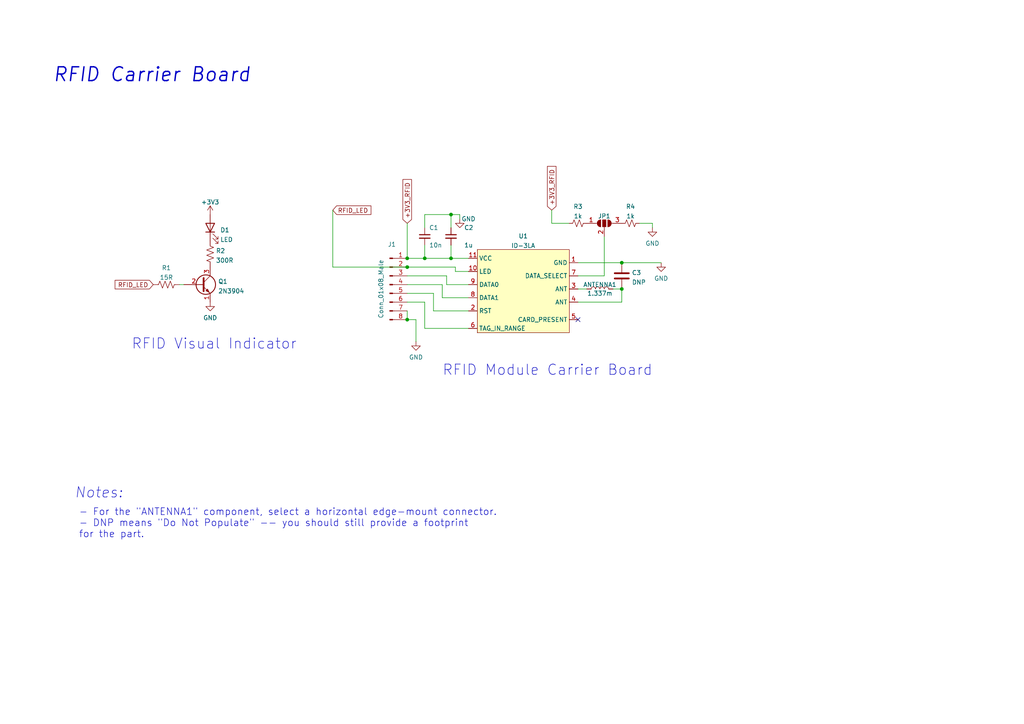
<source format=kicad_sch>
(kicad_sch (version 20211123) (generator eeschema)
  (paper "A4")
  (title_block (title "RFID Carrier board") (date "2022-03-03") (rev "0.0.1") (company "UIUC ECE Senior Design ") (comment 1 "Spring 2022"))
  (lib_symbols
    (symbol "Connector:Conn_01x08_Male" (pin_names (offset 1.016) hide)
      (property "Reference" "J" (at 0 10.16 0))
      (property "Value" "Conn_01x08_Male" (at 0 -12.7 0))
      (symbol "Conn_01x08_Male_1_1"
        (polyline (pts (xy 1.27 -10.16) (xy 0.8636 -10.16)) (stroke (width 0.1524)))
        (polyline (pts (xy 1.27 -7.62) (xy 0.8636 -7.62)) (stroke (width 0.1524)))
        (polyline (pts (xy 1.27 -5.08) (xy 0.8636 -5.08)) (stroke (width 0.1524)))
        (polyline (pts (xy 1.27 -2.54) (xy 0.8636 -2.54)) (stroke (width 0.1524)))
        (polyline (pts (xy 1.27 0) (xy 0.8636 0)) (stroke (width 0.1524)))
        (polyline (pts (xy 1.27 2.54) (xy 0.8636 2.54)) (stroke (width 0.1524)))
        (polyline (pts (xy 1.27 5.08) (xy 0.8636 5.08)) (stroke (width 0.1524)))
        (polyline (pts (xy 1.27 7.62) (xy 0.8636 7.62)) (stroke (width 0.1524)))
        (rectangle (start 0.8636 -10.033) (end 0 -10.287) (stroke (width 0.1524)) (fill (type outline)))
        (rectangle (start 0.8636 -7.493) (end 0 -7.747) (stroke (width 0.1524)) (fill (type outline)))
        (rectangle (start 0.8636 -4.953) (end 0 -5.207) (stroke (width 0.1524)) (fill (type outline)))
        (rectangle (start 0.8636 -2.413) (end 0 -2.667) (stroke (width 0.1524)) (fill (type outline)))
        (rectangle (start 0.8636 0.127) (end 0 -0.127) (stroke (width 0.1524)) (fill (type outline)))
        (rectangle (start 0.8636 2.667) (end 0 2.413) (stroke (width 0.1524)) (fill (type outline)))
        (rectangle (start 0.8636 5.207) (end 0 4.953) (stroke (width 0.1524)) (fill (type outline)))
        (rectangle (start 0.8636 7.747) (end 0 7.493) (stroke (width 0.1524)) (fill (type outline)))
        (pin passive line (at 5.08 7.62 180) (length 3.81) (name "Pin_1") (number "1"))
        (pin passive line (at 5.08 5.08 180) (length 3.81) (name "Pin_2") (number "2"))
        (pin passive line (at 5.08 2.54 180) (length 3.81) (name "Pin_3") (number "3"))
        (pin passive line (at 5.08 0 180) (length 3.81) (name "Pin_4") (number "4"))
        (pin passive line (at 5.08 -2.54 180) (length 3.81) (name "Pin_5") (number "5"))
        (pin passive line (at 5.08 -5.08 180) (length 3.81) (name "Pin_6") (number "6"))
        (pin passive line (at 5.08 -7.62 180) (length 3.81) (name "Pin_7") (number "7"))
        (pin passive line (at 5.08 -10.16 180) (length 3.81) (name "Pin_8") (number "8"))
      )
    )
    (symbol "Device:C" (pin_numbers hide) (pin_names (offset 0.254))
      (property "Reference" "C" (at 0.635 2.54 0))
      (property "Value" "C" (at 0.635 -2.54 0))
      (symbol "C_0_1"
        (polyline (pts (xy -2.032 -0.762) (xy 2.032 -0.762)) (stroke (width 0.508)))
        (polyline (pts (xy -2.032 0.762) (xy 2.032 0.762)) (stroke (width 0.508)))
      )
      (symbol "C_1_1"
        (pin passive line (at 0 3.81 270) (length 2.794) (name "~") (number "1"))
        (pin passive line (at 0 -3.81 90) (length 2.794) (name "~") (number "2"))
      )
    )
    (symbol "Device:C_Small" (pin_numbers hide) (pin_names (offset 0.254) hide)
      (property "Reference" "C" (at 0.254 1.778 0))
      (property "Value" "C_Small" (at 0.254 -2.032 0))
      (symbol "C_Small_0_1"
        (polyline (pts (xy -1.524 -0.508) (xy 1.524 -0.508)) (stroke (width 0.3302)))
        (polyline (pts (xy -1.524 0.508) (xy 1.524 0.508)) (stroke (width 0.3048)))
      )
      (symbol "C_Small_1_1"
        (pin passive line (at 0 2.54 270) (length 2.032) (name "~") (number "1"))
        (pin passive line (at 0 -2.54 90) (length 2.032) (name "~") (number "2"))
      )
    )
    (symbol "Device:L" (pin_numbers hide) (pin_names (offset 1.016) hide)
      (property "Reference" "L" (at -1.27 0 90))
      (property "Value" "L" (at 1.905 0 90))
      (symbol "L_0_1"
        (arc (start 0 -2.54) (mid 0.635 -1.905) (end 0 -1.27))
        (arc (start 0 -1.27) (mid 0.635 -0.635) (end 0 0))
        (arc (start 0 0) (mid 0.635 0.635) (end 0 1.27))
        (arc (start 0 1.27) (mid 0.635 1.905) (end 0 2.54))
      )
      (symbol "L_1_1"
        (pin passive line (at 0 3.81 270) (length 1.27) (name "1") (number "1"))
        (pin passive line (at 0 -3.81 90) (length 1.27) (name "2") (number "2"))
      )
    )
    (symbol "Device:LED" (pin_numbers hide) (pin_names (offset 1.016) hide)
      (property "Reference" "D" (at 0 2.54 0))
      (property "Value" "LED" (at 0 -2.54 0))
      (symbol "LED_0_1"
        (polyline (pts (xy -1.27 -1.27) (xy -1.27 1.27)) (stroke (width 0.254)))
        (polyline (pts (xy -1.27 0) (xy 1.27 0)))
        (polyline (pts (xy 1.27 -1.27) (xy 1.27 1.27) (xy -1.27 0) (xy 1.27 -1.27)) (stroke (width 0.254)))
        (polyline (pts (xy -3.048 -0.762) (xy -4.572 -2.286) (xy -3.81 -2.286) (xy -4.572 -2.286) (xy -4.572 -1.524)))
        (polyline (pts (xy -1.778 -0.762) (xy -3.302 -2.286) (xy -2.54 -2.286) (xy -3.302 -2.286) (xy -3.302 -1.524)))
      )
      (symbol "LED_1_1"
        (pin passive line (at -3.81 0 0) (length 2.54) (name "K") (number "1"))
        (pin passive line (at 3.81 0 180) (length 2.54) (name "A") (number "2"))
      )
    )
    (symbol "Device:R_Small_US" (pin_numbers hide) (pin_names (offset 0.254) hide)
      (property "Reference" "R" (at 0.762 0.508 0))
      (property "Value" "R_Small_US" (at 0.762 -1.016 0))
      (symbol "R_Small_US_1_1"
        (polyline (pts (xy 0 0) (xy 1.016 -0.381) (xy 0 -0.762) (xy -1.016 -1.143) (xy 0 -1.524)))
        (polyline (pts (xy 0 1.524) (xy 1.016 1.143) (xy 0 0.762) (xy -1.016 0.381) (xy 0 0)))
        (pin passive line (at 0 2.54 270) (length 1.016) (name "~") (number "1"))
        (pin passive line (at 0 -2.54 90) (length 1.016) (name "~") (number "2"))
      )
    )
    (symbol "Device:R_US" (pin_numbers hide) (pin_names (offset 0))
      (property "Reference" "R" (at 2.54 0 90))
      (property "Value" "R_US" (at -2.54 0 90))
      (symbol "R_US_0_1"
        (polyline (pts (xy 0 -2.286) (xy 0 -2.54)))
        (polyline (pts (xy 0 2.286) (xy 0 2.54)))
        (polyline (pts (xy 0 -0.762) (xy 1.016 -1.143) (xy 0 -1.524) (xy -1.016 -1.905) (xy 0 -2.286)))
        (polyline (pts (xy 0 0.762) (xy 1.016 0.381) (xy 0 0) (xy -1.016 -0.381) (xy 0 -0.762)))
        (polyline (pts (xy 0 2.286) (xy 1.016 1.905) (xy 0 1.524) (xy -1.016 1.143) (xy 0 0.762)))
      )
      (symbol "R_US_1_1"
        (pin passive line (at 0 3.81 270) (length 1.27) (name "~") (number "1"))
        (pin passive line (at 0 -3.81 90) (length 1.27) (name "~") (number "2"))
      )
    )
    (symbol "Jumper:SolderJumper_3_Open" (pin_names (offset 0) hide)
      (property "Reference" "JP" (at -2.54 -2.54 0))
      (property "Value" "SolderJumper_3_Open" (at 0 2.794 0))
      (symbol "SolderJumper_3_Open_0_1"
        (arc (start -1.016 1.016) (mid -2.032 0) (end -1.016 -1.016))
        (arc (start -1.016 1.016) (mid -2.032 0) (end -1.016 -1.016) (fill (type outline)))
        (rectangle (start -0.508 1.016) (end 0.508 -1.016) (fill (type outline)))
        (polyline (pts (xy -2.54 0) (xy -2.032 0)))
        (polyline (pts (xy -1.016 1.016) (xy -1.016 -1.016)))
        (polyline (pts (xy 0 -1.27) (xy 0 -1.016)))
        (polyline (pts (xy 1.016 1.016) (xy 1.016 -1.016)))
        (polyline (pts (xy 2.54 0) (xy 2.032 0)))
        (arc (start 1.016 -1.016) (mid 2.032 0) (end 1.016 1.016))
        (arc (start 1.016 -1.016) (mid 2.032 0) (end 1.016 1.016) (fill (type outline)))
      )
      (symbol "SolderJumper_3_Open_1_1"
        (pin passive line (at -5.08 0 0) (length 2.54) (name "A") (number "1"))
        (pin input line (at 0 -3.81 90) (length 2.54) (name "C") (number "2"))
        (pin passive line (at 5.08 0 180) (length 2.54) (name "B") (number "3"))
      )
    )
    (symbol "Transistor_BJT:2N3904" (pin_names (offset 0) hide)
      (property "Reference" "Q" (at 5.08 1.905 0))
      (property "Value" "2N3904" (at 5.08 0 0))
      (symbol "2N3904_0_1"
        (polyline (pts (xy 0.635 0.635) (xy 2.54 2.54)))
        (polyline (pts (xy 0.635 -0.635) (xy 2.54 -2.54) (xy 2.54 -2.54)))
        (polyline (pts (xy 0.635 1.905) (xy 0.635 -1.905) (xy 0.635 -1.905)) (stroke (width 0.508)))
        (polyline (pts (xy 1.27 -1.778) (xy 1.778 -1.27) (xy 2.286 -2.286) (xy 1.27 -1.778) (xy 1.27 -1.778)) (fill (type outline)))
        (circle (center 1.27 0) (radius 2.8194) (stroke (width 0.254)))
      )
      (symbol "2N3904_1_1"
        (pin passive line (at 2.54 -5.08 90) (length 2.54) (name "E") (number "1"))
        (pin passive line (at -5.08 0 0) (length 5.715) (name "B") (number "2"))
        (pin passive line (at 2.54 5.08 270) (length 2.54) (name "C") (number "3"))
      )
    )
    (symbol "new_symbols:ID-3LA"
      (property "Reference" "U" (at 13.97 2.54 0))
      (property "Value" "ID-3LA" (at 16.51 -1.27 0))
      (symbol "ID-3LA_0_0"
        (pin unspecified line (at 0 0 0) (length 2.54) (name "GND") (number "1"))
        (pin unspecified line (at 31.75 -2.54 180) (length 2.54) (name "LED") (number "10"))
        (pin unspecified line (at 31.75 1.27 180) (length 2.54) (name "VCC") (number "11"))
        (pin unspecified line (at 31.75 -13.97 180) (length 2.54) (name "RST") (number "2"))
        (pin unspecified line (at 0 -7.62 0) (length 2.54) (name "ANT") (number "3"))
        (pin unspecified line (at 0 -11.43 0) (length 2.54) (name "ANT") (number "4"))
        (pin unspecified line (at 0 -16.51 0) (length 2.54) (name "CARD_PRESENT") (number "5"))
        (pin unspecified line (at 31.75 -19.05 180) (length 2.54) (name "TAG_IN_RANGE") (number "6"))
        (pin unspecified line (at 0 -3.81 0) (length 2.54) (name "DATA_SELECT") (number "7"))
        (pin unspecified line (at 31.75 -10.16 180) (length 2.54) (name "DATA1") (number "8"))
        (pin unspecified line (at 31.75 -6.35 180) (length 2.54) (name "DATA0") (number "9"))
      )
      (symbol "ID-3LA_0_1"
        (rectangle (start 2.54 3.81) (end 29.21 -20.32) (stroke (width 0.1524)) (fill (type background)))
      )
    )
    (symbol "power:+3V3" (power) (pin_names (offset 0))
      (property "Value" "+3V3" (at 0 3.556 0))
      (symbol "+3V3_0_1"
        (polyline (pts (xy -0.762 1.27) (xy 0 2.54)))
        (polyline (pts (xy 0 0) (xy 0 2.54)))
        (polyline (pts (xy 0 2.54) (xy 0.762 1.27)))
      )
      (symbol "+3V3_1_1"
        (pin power_in line (at 0 0 90) (length 0) hide (name "+3V3") (number "1"))
      )
    )
    (symbol "power:GND" (power) (pin_names (offset 0))
      (property "Value" "GND" (at 0 -3.81 0))
      (symbol "GND_0_1"
        (polyline (pts (xy 0 0) (xy 0 -1.27) (xy 1.27 -1.27) (xy 0 -2.54) (xy -1.27 -1.27) (xy 0 -1.27)))
      )
      (symbol "GND_1_1"
        (pin power_in line (at 0 0 270) (length 0) hide (name "GND") (number "1"))
      )
    )
  )
  (junction (at 118.11 77.47))
  (junction (at 180.34 83.82))
  (junction (at 180.34 76.2))
  (junction (at 130.81 62.23))
  (junction (at 130.81 74.93))
  (junction (at 118.11 92.71))
  (junction (at 123.19 74.93))
  (junction (at 118.11 74.93))
  (no_connect (at 167.64 92.71))
  (wire (pts (xy 118.11 80.01) (xy 129.54 80.01)))
  (wire (pts (xy 189.23 64.77) (xy 185.42 64.77)))
  (wire (pts (xy 123.19 71.12) (xy 123.19 74.93)))
  (wire (pts (xy 123.19 74.93) (xy 130.81 74.93)))
  (wire (pts (xy 118.11 64.77) (xy 118.11 74.93)))
  (wire (pts (xy 123.19 62.23) (xy 130.81 62.23)))
  (wire (pts (xy 167.64 80.01) (xy 175.26 80.01)))
  (wire (pts (xy 123.19 62.23) (xy 123.19 66.04)))
  (wire (pts (xy 96.52 77.47) (xy 118.11 77.47)))
  (wire (pts (xy 123.19 87.63) (xy 123.19 95.25)))
  (wire (pts (xy 96.52 60.96) (xy 96.52 77.47)))
  (wire (pts (xy 118.11 77.47) (xy 132.08 77.47)))
  (wire (pts (xy 175.26 80.01) (xy 175.26 68.58)))
  (wire (pts (xy 160.02 64.77) (xy 165.1 64.77)))
  (wire (pts (xy 120.65 92.71) (xy 120.65 99.06)))
  (wire (pts (xy 118.11 90.17) (xy 118.11 92.71)))
  (wire (pts (xy 132.08 77.47) (xy 132.08 78.74)))
  (wire (pts (xy 52.07 82.55) (xy 53.34 82.55)))
  (wire (pts (xy 118.11 87.63) (xy 123.19 87.63)))
  (wire (pts (xy 167.64 76.2) (xy 180.34 76.2)))
  (wire (pts (xy 167.64 83.82) (xy 170.18 83.82)))
  (wire (pts (xy 130.81 62.23) (xy 130.81 66.04)))
  (wire (pts (xy 130.81 62.23) (xy 133.35 62.23)))
  (wire (pts (xy 125.73 85.09) (xy 125.73 90.17)))
  (wire (pts (xy 128.27 86.36) (xy 135.89 86.36)))
  (wire (pts (xy 125.73 90.17) (xy 135.89 90.17)))
  (wire (pts (xy 118.11 92.71) (xy 120.65 92.71)))
  (wire (pts (xy 130.81 71.12) (xy 130.81 74.93)))
  (wire (pts (xy 167.64 87.63) (xy 180.34 87.63)))
  (wire (pts (xy 129.54 80.01) (xy 129.54 82.55)))
  (wire (pts (xy 189.23 66.04) (xy 189.23 64.77)))
  (wire (pts (xy 118.11 85.09) (xy 125.73 85.09)))
  (wire (pts (xy 180.34 87.63) (xy 180.34 83.82)))
  (wire (pts (xy 180.34 76.2) (xy 191.77 76.2)))
  (wire (pts (xy 123.19 95.25) (xy 135.89 95.25)))
  (wire (pts (xy 160.02 60.96) (xy 160.02 64.77)))
  (wire (pts (xy 118.11 74.93) (xy 123.19 74.93)))
  (wire (pts (xy 130.81 74.93) (xy 135.89 74.93)))
  (wire (pts (xy 128.27 82.55) (xy 128.27 86.36)))
  (wire (pts (xy 132.08 78.74) (xy 135.89 78.74)))
  (wire (pts (xy 180.34 83.82) (xy 177.8 83.82)))
  (wire (pts (xy 129.54 82.55) (xy 135.89 82.55)))
  (wire (pts (xy 133.35 62.23) (xy 133.35 63.5)))
  (wire (pts (xy 118.11 82.55) (xy 128.27 82.55)))
  (text "Notes:" (at 21.59 144.78 0) (effects (font (size 3 3) italic) (justify left bottom)))
  (text "RFID Visual Indicator" (at 38.1 101.6 0) (effects (font (size 3 3)) (justify left bottom)))
  (text "RFID Module Carrier Board\n" (at 128.27 109.22 0) (effects (font (size 3 3)) (justify left bottom)))
  (text "RFID Carrier Board" (at 15.24 24.13 0) (effects (font (size 4 4) (thickness 0.4) bold italic) (justify left bottom)))
  (text "- For the \"ANTENNA1\" component, select a horizontal edge-mount connector. \n- DNP means \"Do Not Populate\" -- you should still provide a footprint \nfor the part. " (at 22.86 156.21 0) (effects (font (size 2 2)) (justify left bottom)))
  (global_label "+3V3_RFID" (shape input) (at 160.02 60.96 90) (property "Intersheet References" "${INTERSHEET_REFS}" (effects hide)))
  (global_label "RFID_LED" (shape input) (at 96.52 60.96 0) (property "Intersheet References" "${INTERSHEET_REFS}" (effects hide)))
  (global_label "+3V3_RFID" (shape input) (at 118.11 64.77 90) (property "Intersheet References" "${INTERSHEET_REFS}" (effects hide)))
  (global_label "RFID_LED" (shape input) (at 44.45 82.55 180) (property "Intersheet References" "${INTERSHEET_REFS}" (effects hide)))
  (symbol (lib_id "Device:R_Small_US") (at 182.88 64.77 90) (unit 1)
    (property "Reference" "R4" (at 182.88 59.9145 90))
    (property "Value" "1k" (at 182.88 62.6896 90))
    (property "Footprint" "Resistor_SMD:R_0805_2012Metric" (effects hide))
  )
  (symbol (lib_id "Device:R_Small_US") (at 167.64 64.77 90) (unit 1)
    (property "Reference" "R3" (at 167.64 59.9145 90))
    (property "Value" "1k" (at 167.64 62.6896 90))
    (property "Footprint" "Resistor_SMD:R_0805_2012Metric" (effects hide))
  )
  (symbol (lib_id "Jumper:SolderJumper_3_Open") (at 175.26 64.77 0) (unit 1)
    (property "Reference" "JP1" (at 175.26 62.6895 0))
    (property "Value" "SolderJumper_3_Open" (effects hide))
    (property "Footprint" "Jumper:SolderJumper-3_P1.3mm_Open_Pad1.0x1.5mm" (effects hide))
  )
  (symbol (lib_id "Connector:Conn_01x08_Male") (at 113.03 82.55 0) (unit 1)
    (property "Reference" "J1" (at 113.665 70.8873 0))
    (property "Value" "Conn_01x08_Male" (at 110.49 83.82 90))
    (property "Footprint" "Connector_PinHeader_2.54mm:PinHeader_1x08_P2.54mm_Vertical" (effects hide))
  )
  (symbol (lib_id "power:GND") (at 60.96 87.63 0) (unit 1)
    (property "Reference" "#PWR02" (effects hide))
    (property "Value" "GND" (at 60.96 92.1925 0))
  )
  (symbol (lib_id "power:GND") (at 120.65 99.06 0) (unit 1)
    (property "Reference" "#PWR03" (effects hide))
    (property "Value" "GND" (at 120.65 103.6225 0))
  )
  (symbol (lib_id "new_symbols:ID-3LA") (at 167.64 76.2 0) (mirror y) (unit 1)
    (property "Reference" "U1" (at 151.765 68.4743 0))
    (property "Value" "ID-3LA" (at 151.765 71.2494 0))
    (property "Footprint" "new_footprints:ID-3LA" (effects hide))
  )
  (symbol (lib_id "Device:R_US") (at 60.96 73.66 0) (unit 1)
    (property "Reference" "R2" (at 62.611 72.7515 0) (effects (justify left)))
    (property "Value" "300R" (at 62.611 75.5266 0) (effects (justify left)))
    (property "Footprint" "Resistor_SMD:R_0805_2012Metric" (effects hide))
  )
  (symbol (lib_id "power:GND") (at 133.35 63.5 0) (unit 1)
    (property "Reference" "#PWR04" (effects hide))
    (property "Value" "GND" (at 135.89 63.5 0))
  )
  (symbol (lib_id "Device:C") (at 180.34 80.01 0) (unit 1)
    (property "Reference" "C3" (at 183.261 79.1015 0) (effects (justify left)))
    (property "Value" "DNP" (at 183.261 81.8766 0) (effects (justify left)))
    (property "Footprint" "Capacitor_SMD:C_0805_2012Metric_Pad1.18x1.45mm_HandSolder" (effects hide))
  )
  (symbol (lib_id "Device:C_Small") (at 123.19 68.58 0) (unit 1)
    (property "Reference" "C1" (at 124.46 66.04 0) (effects (justify left)))
    (property "Value" "10n" (at 124.46 71.12 0) (effects (justify left)))
    (property "Footprint" "Capacitor_SMD:C_0805_2012Metric" (effects hide))
  )
  (symbol (lib_id "Transistor_BJT:2N3904") (at 58.42 82.55 0) (unit 1)
    (property "Reference" "Q1" (at 63.2714 81.6415 0) (effects (justify left)))
    (property "Value" "2N3904" (at 63.2714 84.4166 0) (effects (justify left)))
    (property "Footprint" "Package_TO_SOT_THT:TO-92_Inline" (effects hide))
    (property "Datasheet" "https://www.onsemi.com/pub/Collateral/2N3903-D.PDF" (effects hide))
  )
  (symbol (lib_id "Device:L") (at 173.99 83.82 90) (unit 1)
    (property "Reference" "ANTENNA1" (at 173.99 82.55 90))
    (property "Value" "1.337m" (at 173.99 85.09 90))
    (property "Footprint" "Connector_Coaxial:SMA_Amphenol_132289_EdgeMount" (effects hide))
  )
  (symbol (lib_id "power:GND") (at 191.77 76.2 0) (unit 1)
    (property "Reference" "#PWR07" (effects hide))
    (property "Value" "GND" (at 191.77 80.7625 0))
  )
  (symbol (lib_id "Device:R_US") (at 48.26 82.55 90) (unit 1)
    (property "Reference" "R1" (at 48.26 77.6945 90))
    (property "Value" "15R" (at 48.26 80.4696 90))
    (property "Footprint" "Resistor_SMD:R_0805_2012Metric" (effects hide))
  )
  (symbol (lib_id "Device:C_Small") (at 130.81 68.58 0) (unit 1)
    (property "Reference" "C2" (at 134.62 66.04 0) (effects (justify left)))
    (property "Value" "1u" (at 134.62 71.12 0) (effects (justify left)))
    (property "Footprint" "Capacitor_SMD:C_0805_2012Metric" (effects hide))
  )
  (symbol (lib_id "power:GND") (at 189.23 66.04 0) (unit 1)
    (property "Reference" "#PWR06" (effects hide))
    (property "Value" "GND" (at 189.23 70.6025 0))
  )
  (symbol (lib_id "Device:LED") (at 60.96 66.04 90) (unit 1)
    (property "Reference" "D1" (at 63.881 66.719 90) (effects (justify right)))
    (property "Value" "LED" (at 63.881 69.4941 90) (effects (justify right)))
    (property "Footprint" "Diode_SMD:D_0805_2012Metric" (effects hide))
  )
  (symbol (lib_id "power:+3V3") (at 60.96 62.23 0) (unit 1)
    (property "Reference" "#PWR01" (effects hide))
    (property "Value" "+3V3" (at 60.96 58.6255 0))
  )
)
</source>
